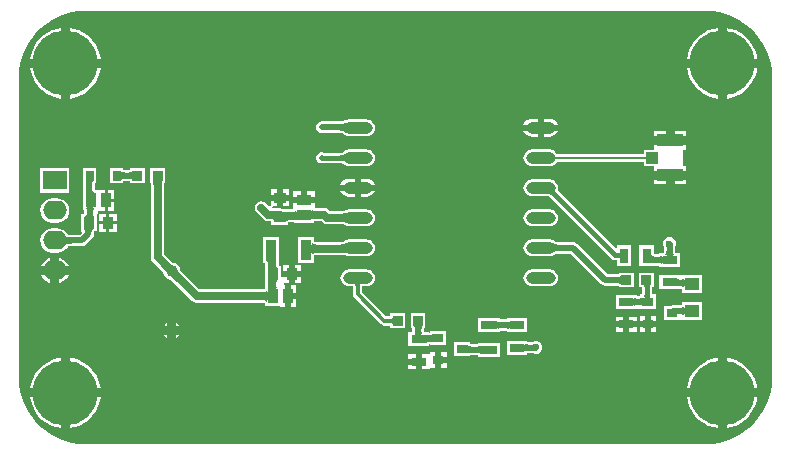
<source format=gtl>
G04*
G04 #@! TF.GenerationSoftware,Altium Limited,Altium Designer,22.2.1 (43)*
G04*
G04 Layer_Physical_Order=1*
G04 Layer_Color=255*
%FSLAX25Y25*%
%MOIN*%
G70*
G04*
G04 #@! TF.SameCoordinates,E15721E2-6A2B-4D62-837A-8D353DC3B16A*
G04*
G04*
G04 #@! TF.FilePolarity,Positive*
G04*
G01*
G75*
%ADD16R,0.03543X0.05118*%
%ADD17R,0.03347X0.03347*%
%ADD18R,0.02756X0.03543*%
%ADD19R,0.03740X0.03937*%
%ADD20R,0.04134X0.03937*%
%ADD21R,0.08661X0.04134*%
%ADD22R,0.03819X0.06811*%
%ADD23R,0.05118X0.03150*%
%ADD24R,0.03543X0.03150*%
%ADD25R,0.05118X0.04331*%
%ADD26R,0.03150X0.05118*%
%ADD27R,0.05700X0.03000*%
%ADD28R,0.05118X0.03543*%
%ADD29R,0.03937X0.03740*%
%ADD50C,0.21654*%
%ADD51O,0.09843X0.03937*%
%ADD52C,0.02000*%
%ADD53C,0.00800*%
%ADD54C,0.02500*%
%ADD55C,0.01500*%
%ADD56C,0.01300*%
%ADD57R,0.07874X0.06299*%
%ADD58O,0.07874X0.06299*%
%ADD59C,0.03937*%
%ADD60C,0.02362*%
%ADD61C,0.01968*%
G36*
X216280Y127154D02*
X219132Y126587D01*
X221885Y125652D01*
X224492Y124367D01*
X226910Y122751D01*
X229096Y120834D01*
X231013Y118649D01*
X232628Y116231D01*
X233914Y113624D01*
X234848Y110871D01*
X235415Y108019D01*
X235573Y105615D01*
X235580Y105118D01*
D01*
X235580Y104624D01*
X235580Y5118D01*
X235604Y4999D01*
X235422Y2217D01*
X234855Y-635D01*
X233920Y-3387D01*
X232634Y-5995D01*
X231019Y-8412D01*
X229102Y-10598D01*
X226916Y-12515D01*
X224499Y-14130D01*
X221891Y-15416D01*
X219138Y-16351D01*
X216287Y-16918D01*
X213505Y-17100D01*
X213386Y-17076D01*
X6693Y-17076D01*
X6574Y-17100D01*
X3792Y-16918D01*
X940Y-16351D01*
X-1813Y-15416D01*
X-4420Y-14130D01*
X-6837Y-12515D01*
X-9023Y-10598D01*
X-10940Y-8412D01*
X-12555Y-5995D01*
X-13841Y-3387D01*
X-14776Y-635D01*
X-15343Y2217D01*
X-15527Y5023D01*
X-15508Y5118D01*
X-15502Y105118D01*
X-15502Y105118D01*
X-15502Y105118D01*
X-15526Y105237D01*
X-15343Y108019D01*
X-14776Y110871D01*
X-13841Y113624D01*
X-12555Y116231D01*
X-10940Y118649D01*
X-9023Y120834D01*
X-6837Y122751D01*
X-4420Y124367D01*
X-1813Y125652D01*
X940Y126587D01*
X3792Y127154D01*
X6573Y127337D01*
X6693Y127313D01*
X213379Y127313D01*
X213499Y127337D01*
X216280Y127154D01*
D02*
G37*
%LPC*%
G36*
X1500Y121579D02*
Y111343D01*
X11737D01*
X11536Y112612D01*
X10960Y114382D01*
X10115Y116041D01*
X9021Y117547D01*
X7705Y118863D01*
X6199Y119958D01*
X4540Y120803D01*
X2769Y121378D01*
X1500Y121579D01*
D02*
G37*
G36*
X-1500D02*
X-2769Y121378D01*
X-4540Y120803D01*
X-6199Y119958D01*
X-7705Y118863D01*
X-9021Y117547D01*
X-10115Y116041D01*
X-10960Y114382D01*
X-11536Y112612D01*
X-11737Y111343D01*
X-1500D01*
Y121579D01*
D02*
G37*
G36*
X220398Y121579D02*
Y111343D01*
X230634D01*
X230433Y112612D01*
X229858Y114382D01*
X229013Y116041D01*
X227919Y117547D01*
X226602Y118863D01*
X225096Y119958D01*
X223438Y120803D01*
X221667Y121378D01*
X220398Y121579D01*
D02*
G37*
G36*
X217398D02*
X216128Y121378D01*
X214358Y120803D01*
X212699Y119958D01*
X211193Y118863D01*
X209877Y117547D01*
X208783Y116041D01*
X207937Y114382D01*
X207362Y112612D01*
X207161Y111343D01*
X217398D01*
Y121579D01*
D02*
G37*
G36*
X11737Y108343D02*
X1500D01*
Y98106D01*
X2769Y98307D01*
X4540Y98882D01*
X6199Y99727D01*
X7705Y100822D01*
X9021Y102138D01*
X10115Y103644D01*
X10960Y105303D01*
X11536Y107073D01*
X11737Y108343D01*
D02*
G37*
G36*
X-1500D02*
X-11737D01*
X-11536Y107073D01*
X-10960Y105303D01*
X-10115Y103644D01*
X-9021Y102138D01*
X-7705Y100822D01*
X-6199Y99727D01*
X-4540Y98882D01*
X-2769Y98307D01*
X-1500Y98106D01*
Y108343D01*
D02*
G37*
G36*
X230634Y108343D02*
X220398D01*
Y98106D01*
X221667Y98307D01*
X223438Y98882D01*
X225096Y99727D01*
X226602Y100822D01*
X227919Y102138D01*
X229013Y103644D01*
X229858Y105303D01*
X230433Y107073D01*
X230634Y108343D01*
D02*
G37*
G36*
X217398D02*
X207161D01*
X207362Y107073D01*
X207937Y105303D01*
X208783Y103644D01*
X209877Y102138D01*
X211193Y100822D01*
X212699Y99727D01*
X214358Y98882D01*
X216128Y98307D01*
X217398Y98106D01*
Y108343D01*
D02*
G37*
G36*
X161378Y91380D02*
X159425D01*
Y89386D01*
X164177D01*
X163971Y89883D01*
X163495Y90503D01*
X162875Y90979D01*
X162153Y91278D01*
X161378Y91380D01*
D02*
G37*
G36*
X157425D02*
X155472D01*
X154698Y91278D01*
X153975Y90979D01*
X153355Y90503D01*
X152879Y89883D01*
X152674Y89386D01*
X157425D01*
Y91380D01*
D02*
G37*
G36*
X206906Y87221D02*
X203075D01*
Y85654D01*
X206906D01*
Y87221D01*
D02*
G37*
G36*
X200075D02*
X196244D01*
Y85654D01*
X200075D01*
Y87221D01*
D02*
G37*
G36*
X100354Y91178D02*
X94449D01*
X93726Y91083D01*
X93053Y90804D01*
X92682Y90520D01*
X85433D01*
X85167Y90467D01*
X85058D01*
X84958Y90425D01*
X84692Y90372D01*
X84466Y90222D01*
X84366Y90180D01*
X84289Y90103D01*
X84063Y89952D01*
X83912Y89727D01*
X83836Y89650D01*
X83794Y89550D01*
X83643Y89324D01*
X83590Y89058D01*
X83549Y88958D01*
Y88849D01*
X83496Y88583D01*
X83549Y88316D01*
Y88208D01*
X83590Y88108D01*
X83643Y87841D01*
X83794Y87616D01*
X83836Y87515D01*
X83912Y87439D01*
X84063Y87213D01*
X84289Y87062D01*
X84366Y86985D01*
X84466Y86944D01*
X84692Y86793D01*
X84958Y86740D01*
X85058Y86698D01*
X85167D01*
X85433Y86646D01*
X92039D01*
X92182Y86594D01*
X92404Y86496D01*
X92413Y86491D01*
X92474Y86411D01*
X93053Y85968D01*
X93726Y85689D01*
X94449Y85593D01*
X100354D01*
X101077Y85689D01*
X101751Y85968D01*
X102329Y86411D01*
X102773Y86990D01*
X103052Y87663D01*
X103147Y88386D01*
X103052Y89109D01*
X102773Y89782D01*
X102329Y90360D01*
X101751Y90804D01*
X101077Y91083D01*
X100354Y91178D01*
D02*
G37*
G36*
X164177Y87386D02*
X159425D01*
Y85392D01*
X161378D01*
X162153Y85494D01*
X162875Y85793D01*
X163495Y86269D01*
X163971Y86889D01*
X164177Y87386D01*
D02*
G37*
G36*
X157425D02*
X152674D01*
X152879Y86889D01*
X153355Y86269D01*
X153975Y85793D01*
X154698Y85494D01*
X155472Y85392D01*
X157425D01*
Y87386D01*
D02*
G37*
G36*
X100354Y81178D02*
X94449D01*
X93726Y81083D01*
X93053Y80804D01*
X92474Y80360D01*
X92235Y80049D01*
X86248D01*
X85808Y80231D01*
X85058D01*
X84366Y79944D01*
X83836Y79414D01*
X83549Y78721D01*
Y77972D01*
X83836Y77279D01*
X84366Y76749D01*
X85058Y76462D01*
X85808D01*
X86343Y76684D01*
X92265D01*
X92474Y76411D01*
X93053Y75968D01*
X93726Y75689D01*
X94449Y75593D01*
X100354D01*
X101077Y75689D01*
X101751Y75968D01*
X102329Y76411D01*
X102773Y76990D01*
X103052Y77663D01*
X103147Y78386D01*
X103052Y79109D01*
X102773Y79782D01*
X102329Y80360D01*
X101751Y80804D01*
X101077Y81083D01*
X100354Y81178D01*
D02*
G37*
G36*
X206906Y82654D02*
X201575D01*
X196244D01*
Y81115D01*
X192704D01*
Y79711D01*
X163826D01*
X163796Y79782D01*
X163353Y80360D01*
X162774Y80804D01*
X162101Y81083D01*
X161378Y81178D01*
X155472D01*
X154750Y81083D01*
X154076Y80804D01*
X153498Y80360D01*
X153054Y79782D01*
X152775Y79109D01*
X152680Y78386D01*
X152775Y77663D01*
X153054Y76990D01*
X153498Y76411D01*
X154076Y75968D01*
X154750Y75689D01*
X155472Y75593D01*
X161378D01*
X162101Y75689D01*
X162774Y75968D01*
X163353Y76411D01*
X163796Y76990D01*
X163826Y77060D01*
X192704D01*
Y75578D01*
X196244D01*
Y74039D01*
X201575D01*
X206906D01*
Y75606D01*
X206004D01*
Y81087D01*
X206906D01*
Y82654D01*
D02*
G37*
G36*
X19304Y75013D02*
X14948D01*
Y69869D01*
X19304D01*
Y70504D01*
X21542D01*
Y69968D01*
X26489D01*
Y74914D01*
X21542D01*
Y74378D01*
X19304D01*
Y75013D01*
D02*
G37*
G36*
X206906Y71039D02*
X203075D01*
Y69472D01*
X206906D01*
Y71039D01*
D02*
G37*
G36*
X200075D02*
X196244D01*
Y69472D01*
X200075D01*
Y71039D01*
D02*
G37*
G36*
X100354Y71380D02*
X98402D01*
Y69386D01*
X103153D01*
X102947Y69883D01*
X102471Y70503D01*
X101851Y70979D01*
X101129Y71278D01*
X100354Y71380D01*
D02*
G37*
G36*
X96402D02*
X94449D01*
X93674Y71278D01*
X92952Y70979D01*
X92332Y70503D01*
X91856Y69883D01*
X91650Y69386D01*
X96402D01*
Y71380D01*
D02*
G37*
G36*
X1294Y74837D02*
X-8380D01*
Y66738D01*
X1294D01*
Y74837D01*
D02*
G37*
G36*
X74425Y67929D02*
X72457D01*
Y66059D01*
X74425D01*
Y67929D01*
D02*
G37*
G36*
X70457D02*
X68488D01*
Y66059D01*
X70457D01*
Y67929D01*
D02*
G37*
G36*
X103153Y67386D02*
X98402D01*
Y65392D01*
X100354D01*
X101129Y65494D01*
X101851Y65793D01*
X102471Y66269D01*
X102947Y66889D01*
X103153Y67386D01*
D02*
G37*
G36*
X96402D02*
X91650D01*
X91856Y66889D01*
X92332Y66269D01*
X92952Y65793D01*
X93674Y65494D01*
X94449Y65392D01*
X96402D01*
Y67386D01*
D02*
G37*
G36*
X83087Y67142D02*
X80528D01*
Y65370D01*
X83087D01*
Y67142D01*
D02*
G37*
G36*
X78528D02*
X75968D01*
Y65370D01*
X78528D01*
Y67142D01*
D02*
G37*
G36*
X16354Y67732D02*
X14083D01*
Y64673D01*
X16354D01*
Y67732D01*
D02*
G37*
G36*
X74425Y64059D02*
X72457D01*
Y62189D01*
X74425D01*
Y64059D01*
D02*
G37*
G36*
X70457D02*
X68488D01*
Y62641D01*
X68488Y62386D01*
X67995Y62172D01*
X66904Y63263D01*
X66193Y63738D01*
X65354Y63905D01*
X64515Y63738D01*
X63804Y63263D01*
X63329Y62551D01*
X63162Y61713D01*
X63329Y60874D01*
X63804Y60163D01*
X66137Y57830D01*
X66848Y57355D01*
X67687Y57188D01*
X68688D01*
Y56090D01*
X74225D01*
Y56814D01*
X76169D01*
Y56680D01*
X82887D01*
Y57257D01*
X85281D01*
X85702Y56836D01*
X86413Y56361D01*
X87252Y56194D01*
X92758D01*
X93053Y55968D01*
X93726Y55689D01*
X94449Y55593D01*
X100354D01*
X101077Y55689D01*
X101751Y55968D01*
X102329Y56411D01*
X102773Y56990D01*
X103052Y57663D01*
X103147Y58386D01*
X103052Y59109D01*
X102773Y59782D01*
X102329Y60360D01*
X101751Y60804D01*
X101077Y61083D01*
X100354Y61178D01*
X94449D01*
X93726Y61083D01*
X93053Y60804D01*
X92758Y60578D01*
X88160D01*
X87739Y60999D01*
X87028Y61474D01*
X86189Y61641D01*
X83087D01*
Y63370D01*
X79528D01*
X75968D01*
Y61598D01*
X75728Y61198D01*
X74225D01*
Y61430D01*
X72240D01*
X71526Y61572D01*
X68962D01*
X68885Y61689D01*
X68894Y61767D01*
X69156Y62189D01*
X70457D01*
Y64059D01*
D02*
G37*
G36*
X16354Y63673D02*
X14083D01*
Y60614D01*
X16354D01*
Y63673D01*
D02*
G37*
G36*
X17043Y59661D02*
X14673D01*
Y57193D01*
X17043D01*
Y59661D01*
D02*
G37*
G36*
X13673D02*
X11303D01*
Y57193D01*
X13673D01*
Y59661D01*
D02*
G37*
G36*
X-2756Y64872D02*
X-4331D01*
X-5388Y64733D01*
X-6373Y64325D01*
X-7219Y63676D01*
X-7868Y62830D01*
X-8276Y61845D01*
X-8415Y60787D01*
X-8276Y59730D01*
X-7868Y58745D01*
X-7219Y57899D01*
X-6373Y57250D01*
X-5388Y56842D01*
X-4331Y56703D01*
X-2756D01*
X-1699Y56842D01*
X-714Y57250D01*
X132Y57899D01*
X781Y58745D01*
X1190Y59730D01*
X1329Y60787D01*
X1190Y61845D01*
X781Y62830D01*
X132Y63676D01*
X-714Y64325D01*
X-1699Y64733D01*
X-2756Y64872D01*
D02*
G37*
G36*
X161378Y61178D02*
X155472D01*
X154750Y61083D01*
X154076Y60804D01*
X153498Y60360D01*
X153054Y59782D01*
X152775Y59109D01*
X152680Y58386D01*
X152775Y57663D01*
X153054Y56990D01*
X153498Y56411D01*
X154076Y55968D01*
X154750Y55689D01*
X155472Y55593D01*
X161378D01*
X162101Y55689D01*
X162774Y55968D01*
X163353Y56411D01*
X163796Y56990D01*
X164075Y57663D01*
X164170Y58386D01*
X164075Y59109D01*
X163796Y59782D01*
X163353Y60360D01*
X162774Y60804D01*
X162101Y61083D01*
X161378Y61178D01*
D02*
G37*
G36*
X17043Y56193D02*
X14673D01*
Y53724D01*
X17043D01*
Y56193D01*
D02*
G37*
G36*
X13673D02*
X11303D01*
Y53724D01*
X13673D01*
Y56193D01*
D02*
G37*
G36*
X10249Y75013D02*
X5893D01*
Y69869D01*
X5937D01*
Y67532D01*
X5893D01*
Y60814D01*
X6232D01*
Y59461D01*
X5204D01*
Y53924D01*
X5204D01*
X5409Y53424D01*
X4709Y52725D01*
X825D01*
X781Y52830D01*
X132Y53676D01*
X-714Y54325D01*
X-1699Y54733D01*
X-2756Y54872D01*
X-4331D01*
X-5388Y54733D01*
X-6373Y54325D01*
X-7219Y53676D01*
X-7868Y52830D01*
X-8276Y51845D01*
X-8415Y50787D01*
X-8276Y49730D01*
X-7868Y48745D01*
X-7219Y47899D01*
X-6373Y47250D01*
X-5388Y46842D01*
X-4331Y46703D01*
X-2756D01*
X-1699Y46842D01*
X-714Y47250D01*
X132Y47899D01*
X781Y48745D01*
X825Y48850D01*
X5512D01*
X6253Y48998D01*
X6882Y49418D01*
X8990Y51526D01*
X9410Y52155D01*
X9558Y52896D01*
Y53924D01*
X10544D01*
Y59461D01*
X10811Y59728D01*
Y60614D01*
X13083D01*
Y64173D01*
Y67732D01*
X10811D01*
Y67532D01*
X9811D01*
Y69869D01*
X10249D01*
Y75013D01*
D02*
G37*
G36*
X201755Y51858D02*
X200927D01*
X200162Y51541D01*
X199577Y50956D01*
X199260Y50191D01*
Y49363D01*
X199441Y48927D01*
Y46765D01*
X198019D01*
Y46327D01*
X196076D01*
Y49127D01*
X191326D01*
Y42409D01*
X196076D01*
Y42453D01*
X198019D01*
Y42015D01*
X204737D01*
Y46765D01*
X203315D01*
Y49104D01*
X203422Y49363D01*
Y50191D01*
X203105Y50956D01*
X202520Y51541D01*
X201755Y51858D01*
D02*
G37*
G36*
X82946Y51843D02*
X77527D01*
Y43432D01*
X82946D01*
Y45829D01*
X82955Y45838D01*
X83072Y45909D01*
X83096Y45919D01*
X93170D01*
X93726Y45689D01*
X94449Y45593D01*
X100354D01*
X101077Y45689D01*
X101751Y45968D01*
X102329Y46411D01*
X102773Y46990D01*
X103052Y47663D01*
X103147Y48386D01*
X103052Y49109D01*
X102773Y49782D01*
X102329Y50360D01*
X101751Y50804D01*
X101077Y51083D01*
X100354Y51178D01*
X94449D01*
X93726Y51083D01*
X93053Y50804D01*
X92506Y50385D01*
X92282Y50309D01*
X92258Y50303D01*
X83096D01*
X83072Y50313D01*
X82955Y50384D01*
X82946Y50393D01*
Y51843D01*
D02*
G37*
G36*
X161378Y71178D02*
X155472D01*
X154750Y71083D01*
X154076Y70804D01*
X153498Y70360D01*
X153054Y69782D01*
X152775Y69109D01*
X152680Y68386D01*
X152775Y67663D01*
X153054Y66990D01*
X153498Y66411D01*
X154076Y65968D01*
X154750Y65689D01*
X155472Y65593D01*
X161161D01*
X182085Y44670D01*
X182085Y44670D01*
X182631Y44305D01*
X183274Y44177D01*
X183846D01*
Y42409D01*
X188595D01*
Y49127D01*
X183846D01*
Y48321D01*
X183384Y48129D01*
X164009Y67504D01*
X164075Y67663D01*
X164170Y68386D01*
X164075Y69109D01*
X163796Y69782D01*
X163353Y70360D01*
X162774Y70804D01*
X162101Y71083D01*
X161378Y71178D01*
D02*
G37*
G36*
X-2043Y44879D02*
Y42287D01*
X1114D01*
X869Y42880D01*
X204Y43747D01*
X-663Y44412D01*
X-1673Y44830D01*
X-2043Y44879D01*
D02*
G37*
G36*
X-5043D02*
X-5414Y44830D01*
X-6423Y44412D01*
X-7290Y43747D01*
X-7955Y42880D01*
X-8201Y42287D01*
X-5043D01*
Y44879D01*
D02*
G37*
G36*
X78362Y42634D02*
X76492D01*
Y40665D01*
X78362D01*
Y42634D01*
D02*
G37*
G36*
X74492D02*
X72622D01*
Y40665D01*
X74492D01*
Y42634D01*
D02*
G37*
G36*
X78362Y38665D02*
X76492D01*
Y36697D01*
X78362D01*
Y38665D01*
D02*
G37*
G36*
X1114Y39287D02*
X-2043D01*
Y36696D01*
X-1673Y36745D01*
X-663Y37163D01*
X204Y37828D01*
X869Y38695D01*
X1114Y39287D01*
D02*
G37*
G36*
X-5043D02*
X-8201D01*
X-7955Y38695D01*
X-7290Y37828D01*
X-6423Y37163D01*
X-5414Y36745D01*
X-5043Y36696D01*
Y39287D01*
D02*
G37*
G36*
X161378Y41178D02*
X155472D01*
X154750Y41083D01*
X154076Y40804D01*
X153498Y40360D01*
X153054Y39782D01*
X152775Y39109D01*
X152680Y38386D01*
X152775Y37663D01*
X153054Y36990D01*
X153498Y36411D01*
X154076Y35967D01*
X154750Y35689D01*
X155472Y35593D01*
X161378D01*
X162101Y35689D01*
X162774Y35967D01*
X163353Y36411D01*
X163796Y36990D01*
X164075Y37663D01*
X164170Y38386D01*
X164075Y39109D01*
X163796Y39782D01*
X163353Y40360D01*
X162774Y40804D01*
X162101Y41083D01*
X161378Y41178D01*
D02*
G37*
G36*
Y51178D02*
X155472D01*
X154750Y51083D01*
X154076Y50804D01*
X153498Y50360D01*
X153054Y49782D01*
X152775Y49109D01*
X152680Y48386D01*
X152775Y47663D01*
X153054Y46990D01*
X153498Y46411D01*
X154076Y45968D01*
X154750Y45689D01*
X155472Y45593D01*
X161378D01*
X162101Y45689D01*
X162774Y45968D01*
X163348Y46408D01*
X163456Y46449D01*
X168395D01*
X178615Y36229D01*
X179243Y35809D01*
X179985Y35661D01*
X184436D01*
Y35125D01*
X189383D01*
Y40072D01*
X184436D01*
Y39536D01*
X180787D01*
X170567Y49756D01*
X169939Y50176D01*
X169197Y50323D01*
X163456D01*
X163348Y50364D01*
X162774Y50804D01*
X162101Y51083D01*
X161378Y51178D01*
D02*
G37*
G36*
X212119Y39383D02*
X204835D01*
X204737Y39284D01*
X198019D01*
Y34535D01*
X205209D01*
X205401Y34455D01*
Y33452D01*
X212119D01*
Y39383D01*
D02*
G37*
G36*
X76984Y35842D02*
X75213D01*
Y33283D01*
X76984D01*
Y35842D01*
D02*
G37*
G36*
X196076Y40072D02*
X191129D01*
Y35125D01*
X192191D01*
Y32788D01*
X191572D01*
Y32301D01*
X190367D01*
Y32690D01*
X183649D01*
Y27940D01*
X191474D01*
X191572Y28039D01*
X196715D01*
Y32788D01*
X195555D01*
Y35125D01*
X196076D01*
Y40072D01*
D02*
G37*
G36*
X76984Y31284D02*
X75213D01*
Y28724D01*
X76984D01*
Y31284D01*
D02*
G37*
G36*
X33182Y74914D02*
X28235D01*
Y69968D01*
X28517D01*
Y45276D01*
X28683Y44437D01*
X29159Y43725D01*
X32565Y40320D01*
Y40174D01*
X32760Y39444D01*
X33138Y38790D01*
X33672Y38256D01*
X34326Y37878D01*
X35055Y37683D01*
X35201D01*
X42151Y30733D01*
X42862Y30258D01*
X43701Y30091D01*
X66373D01*
X66397Y30081D01*
X66513Y30011D01*
X66523Y30002D01*
Y28924D01*
X71441D01*
Y28724D01*
X73213D01*
Y32283D01*
Y35842D01*
X73001D01*
Y36697D01*
X74492D01*
Y38665D01*
X71863D01*
D01*
X71863D01*
Y42434D01*
X71283D01*
Y43423D01*
X71292Y43432D01*
Y51843D01*
X65873D01*
Y43432D01*
X66646D01*
Y42434D01*
X66523D01*
Y36897D01*
X66646D01*
Y35642D01*
X66523D01*
Y34565D01*
X66513Y34556D01*
X66397Y34485D01*
X66373Y34476D01*
X44609D01*
X38302Y40783D01*
Y40929D01*
X38106Y41658D01*
X37728Y42312D01*
X37194Y42847D01*
X36540Y43224D01*
X35811Y43420D01*
X35665D01*
X32901Y46184D01*
Y69968D01*
X33182D01*
Y74914D01*
D02*
G37*
G36*
X153851Y24914D02*
X147133D01*
Y24510D01*
X144890D01*
Y24905D01*
X137590D01*
Y20305D01*
X144890D01*
Y20635D01*
X147133D01*
Y20165D01*
X153851D01*
Y24914D01*
D02*
G37*
G36*
X212119Y30328D02*
X205401D01*
Y29299D01*
X204059D01*
X203485Y29185D01*
X202691D01*
X202001Y29048D01*
X199545D01*
Y24298D01*
X205302D01*
X205401Y24397D01*
X212119D01*
Y30328D01*
D02*
G37*
G36*
X196915Y25508D02*
X195144D01*
Y23933D01*
X196915D01*
Y25508D01*
D02*
G37*
G36*
X193144D02*
X191372D01*
Y23933D01*
X193144D01*
Y25508D01*
D02*
G37*
G36*
X190567Y25409D02*
X188008D01*
Y23835D01*
X190567D01*
Y25409D01*
D02*
G37*
G36*
X186008D02*
X183449D01*
Y23835D01*
X186008D01*
Y25409D01*
D02*
G37*
G36*
X36933Y23428D02*
Y22366D01*
X37995D01*
X37808Y22689D01*
X37256Y23242D01*
X36933Y23428D01*
D02*
G37*
G36*
X33933Y23428D02*
X33610Y23242D01*
X33058Y22689D01*
X32871Y22366D01*
X33933D01*
Y23428D01*
D02*
G37*
G36*
X100354Y41178D02*
X94449D01*
X93726Y41083D01*
X93053Y40804D01*
X92474Y40360D01*
X92031Y39782D01*
X91752Y39109D01*
X91656Y38386D01*
X91752Y37663D01*
X92031Y36990D01*
X92474Y36411D01*
X93053Y35967D01*
X93726Y35689D01*
X94449Y35593D01*
X95821D01*
Y32913D01*
X95942Y32309D01*
X96284Y31796D01*
X105182Y22898D01*
X105694Y22556D01*
X106299Y22435D01*
X108353D01*
Y21542D01*
X113300D01*
Y26489D01*
X108353D01*
Y25596D01*
X106954D01*
X98982Y33568D01*
Y35593D01*
X100354D01*
X101077Y35689D01*
X101751Y35967D01*
X102329Y36411D01*
X102773Y36990D01*
X103052Y37663D01*
X103147Y38386D01*
X103052Y39109D01*
X102773Y39782D01*
X102329Y40360D01*
X101751Y40804D01*
X101077Y41083D01*
X100354Y41178D01*
D02*
G37*
G36*
X196915Y21933D02*
X195144D01*
Y20358D01*
X196915D01*
Y21933D01*
D02*
G37*
G36*
X193144D02*
X191372D01*
Y20358D01*
X193144D01*
Y21933D01*
D02*
G37*
G36*
X190567Y21835D02*
X188008D01*
Y20260D01*
X190567D01*
Y21835D01*
D02*
G37*
G36*
X186008D02*
X183449D01*
Y20260D01*
X186008D01*
Y21835D01*
D02*
G37*
G36*
X33933Y19366D02*
X32871D01*
X33058Y19043D01*
X33610Y18491D01*
X33933Y18304D01*
Y19366D01*
D02*
G37*
G36*
X37995D02*
X36933D01*
Y18304D01*
X37256Y18491D01*
X37808Y19043D01*
X37995Y19366D01*
D02*
G37*
G36*
X119993Y26489D02*
X115047D01*
Y21542D01*
X115681D01*
Y20288D01*
X114357D01*
Y15539D01*
X121076D01*
Y16222D01*
X121690D01*
Y16031D01*
X126833D01*
Y20780D01*
X121690D01*
Y20097D01*
X121076D01*
Y20288D01*
X119555D01*
Y21542D01*
X119993D01*
Y26489D01*
D02*
G37*
G36*
X153851Y17434D02*
X147133D01*
Y12684D01*
X153851D01*
Y13171D01*
X156247D01*
X156476Y13076D01*
X157304D01*
X158069Y13393D01*
X158654Y13979D01*
X158971Y14743D01*
Y15571D01*
X158654Y16336D01*
X158069Y16922D01*
X157304Y17239D01*
X156476D01*
X156010Y17045D01*
X153851D01*
Y17434D01*
D02*
G37*
G36*
X127033Y13500D02*
X125262D01*
Y11925D01*
X127033D01*
Y13500D01*
D02*
G37*
G36*
X134806Y17040D02*
X129663D01*
Y12291D01*
X134806D01*
Y12498D01*
X137590D01*
Y11906D01*
X144890D01*
Y16506D01*
X137590D01*
Y16373D01*
X134806D01*
Y17040D01*
D02*
G37*
G36*
X116717Y13008D02*
X114157D01*
Y11433D01*
X116717D01*
Y13008D01*
D02*
G37*
G36*
X127033Y9925D02*
X125262D01*
Y8350D01*
X127033D01*
Y9925D01*
D02*
G37*
G36*
X123262Y13500D02*
X121490D01*
Y13419D01*
X121276Y13008D01*
X120990Y13008D01*
X118717D01*
Y10433D01*
Y7858D01*
X121276D01*
Y7939D01*
X121490Y8350D01*
X121776Y8350D01*
X123262D01*
Y10925D01*
Y13500D01*
D02*
G37*
G36*
X116717Y9433D02*
X114157D01*
Y7858D01*
X116717D01*
Y9433D01*
D02*
G37*
G36*
X220398Y11737D02*
Y1500D01*
X230634D01*
X230433Y2769D01*
X229858Y4540D01*
X229013Y6199D01*
X227919Y7705D01*
X226602Y9021D01*
X225096Y10115D01*
X223438Y10960D01*
X221667Y11536D01*
X220398Y11737D01*
D02*
G37*
G36*
X217398D02*
X216128Y11536D01*
X214358Y10960D01*
X212699Y10115D01*
X211193Y9021D01*
X209877Y7705D01*
X208783Y6199D01*
X207937Y4540D01*
X207362Y2769D01*
X207161Y1500D01*
X217398D01*
Y11737D01*
D02*
G37*
G36*
X1500D02*
Y1500D01*
X11737D01*
X11536Y2769D01*
X10960Y4540D01*
X10115Y6199D01*
X9021Y7705D01*
X7705Y9021D01*
X6199Y10115D01*
X4540Y10960D01*
X2769Y11536D01*
X1500Y11737D01*
D02*
G37*
G36*
X-1500D02*
X-2769Y11536D01*
X-4540Y10960D01*
X-6199Y10115D01*
X-7705Y9021D01*
X-9021Y7705D01*
X-10115Y6199D01*
X-10960Y4540D01*
X-11536Y2769D01*
X-11737Y1500D01*
X-1500D01*
Y11737D01*
D02*
G37*
G36*
X230634Y-1500D02*
X220398D01*
Y-11737D01*
X221667Y-11536D01*
X223438Y-10960D01*
X225096Y-10115D01*
X226602Y-9021D01*
X227919Y-7705D01*
X229013Y-6199D01*
X229858Y-4540D01*
X230433Y-2769D01*
X230634Y-1500D01*
D02*
G37*
G36*
X217398D02*
X207161D01*
X207362Y-2769D01*
X207937Y-4540D01*
X208783Y-6199D01*
X209877Y-7705D01*
X211193Y-9021D01*
X212699Y-10115D01*
X214358Y-10960D01*
X216128Y-11536D01*
X217398Y-11737D01*
Y-1500D01*
D02*
G37*
G36*
X11737D02*
X1500D01*
Y-11737D01*
X2769Y-11536D01*
X4540Y-10960D01*
X6199Y-10115D01*
X7705Y-9021D01*
X9021Y-7705D01*
X10115Y-6199D01*
X10960Y-4540D01*
X11536Y-2769D01*
X11737Y-1500D01*
D02*
G37*
G36*
X-1500D02*
X-11737D01*
X-11536Y-2769D01*
X-10960Y-4540D01*
X-10115Y-6199D01*
X-9021Y-7705D01*
X-7705Y-9021D01*
X-6199Y-10115D01*
X-4540Y-10960D01*
X-2769Y-11536D01*
X-1500Y-11737D01*
Y-1500D01*
D02*
G37*
%LPD*%
G36*
X93462Y86677D02*
X93222Y86849D01*
X92972Y87003D01*
X92714Y87139D01*
X92448Y87257D01*
X92172Y87356D01*
X91888Y87438D01*
X91595Y87501D01*
X91293Y87546D01*
X90983Y87574D01*
X90664Y87583D01*
X90901Y89583D01*
X91268Y89588D01*
X92220Y89665D01*
X92488Y89711D01*
X92732Y89767D01*
X92951Y89834D01*
X93146Y89911D01*
X93316Y89998D01*
X93462Y90095D01*
Y86677D01*
D02*
G37*
G36*
X93223Y76876D02*
X93200Y77016D01*
X93136Y77142D01*
X93031Y77253D01*
X92885Y77350D01*
X92698Y77431D01*
X92470Y77498D01*
X92202Y77549D01*
X91892Y77587D01*
X91541Y77609D01*
X91150Y77616D01*
X91134Y79116D01*
X91523Y79124D01*
X92178Y79183D01*
X92444Y79235D01*
X92668Y79301D01*
X92852Y79383D01*
X92993Y79479D01*
X93094Y79590D01*
X93153Y79716D01*
X93171Y79857D01*
X93223Y76876D01*
D02*
G37*
G36*
X18512Y74056D02*
X18572Y73927D01*
X18672Y73813D01*
X18812Y73714D01*
X18992Y73631D01*
X19212Y73563D01*
X19472Y73509D01*
X19772Y73471D01*
X20112Y73449D01*
X20428Y73442D01*
X20734Y73448D01*
X21374Y73501D01*
X21634Y73547D01*
X21855Y73606D01*
X22035Y73679D01*
X22174Y73765D01*
X22275Y73864D01*
X22334Y73976D01*
X22354Y74102D01*
Y70780D01*
X22334Y70905D01*
X22275Y71018D01*
X22174Y71117D01*
X22035Y71203D01*
X21855Y71276D01*
X21634Y71335D01*
X21374Y71381D01*
X21075Y71415D01*
X20403Y71439D01*
X20112Y71433D01*
X19472Y71373D01*
X19212Y71319D01*
X18992Y71251D01*
X18812Y71167D01*
X18672Y71069D01*
X18572Y70955D01*
X18512Y70826D01*
X18492Y70681D01*
Y74201D01*
X18512Y74056D01*
D02*
G37*
G36*
X76981Y57492D02*
X76955Y57542D01*
X76881Y57587D01*
X76755Y57627D01*
X76581Y57661D01*
X76355Y57690D01*
X75756Y57732D01*
X75349Y57740D01*
X74638Y57679D01*
X74313Y57619D01*
X74038Y57542D01*
X73813Y57448D01*
X73638Y57337D01*
X73513Y57209D01*
X73438Y57064D01*
X73413Y56902D01*
Y60618D01*
X73438Y60549D01*
X73513Y60488D01*
X73638Y60433D01*
X73813Y60386D01*
X74038Y60346D01*
X74313Y60314D01*
X75013Y60270D01*
X75041Y60270D01*
X75756Y60324D01*
X76081Y60377D01*
X76355Y60445D01*
X76581Y60528D01*
X76755Y60626D01*
X76881Y60740D01*
X76955Y60868D01*
X76981Y61012D01*
Y57492D01*
D02*
G37*
G36*
X69500Y60618D02*
Y57567D01*
X69482Y57674D01*
X69428Y57770D01*
X69337Y57854D01*
X69210Y57927D01*
X69047Y57989D01*
X68847Y58040D01*
X68612Y58079D01*
X68340Y58107D01*
X67687Y58130D01*
Y60630D01*
X69500Y60618D01*
D02*
G37*
G36*
X82100Y60952D02*
X82175Y60899D01*
X82300Y60852D01*
X82475Y60811D01*
X82700Y60777D01*
X83300Y60727D01*
X84575Y60699D01*
Y58199D01*
X84100Y58192D01*
X83300Y58135D01*
X82975Y58086D01*
X82700Y58022D01*
X82475Y57945D01*
X82300Y57853D01*
X82175Y57747D01*
X82100Y57626D01*
X82075Y57492D01*
Y61012D01*
X82100Y60952D01*
D02*
G37*
G36*
X93462Y56677D02*
X93324Y56764D01*
X93150Y56842D01*
X92939Y56911D01*
X92692Y56971D01*
X92408Y57021D01*
X91731Y57095D01*
X90908Y57131D01*
X90442Y57136D01*
Y59636D01*
X90908Y59640D01*
X92408Y59751D01*
X92692Y59801D01*
X92939Y59861D01*
X93150Y59930D01*
X93324Y60008D01*
X93462Y60095D01*
Y56677D01*
D02*
G37*
G36*
X9330Y70661D02*
X9234Y70601D01*
X9150Y70501D01*
X9077Y70361D01*
X9015Y70181D01*
X8964Y69961D01*
X8925Y69701D01*
X8896Y69401D01*
X8875Y68699D01*
X8884Y68340D01*
X8914Y68000D01*
X8964Y67700D01*
X9034Y67440D01*
X9124Y67220D01*
X9234Y67040D01*
X9364Y66900D01*
X9514Y66800D01*
X9684Y66740D01*
X9874Y66720D01*
X6705D01*
X6737Y66740D01*
X6766Y66800D01*
X6791Y66900D01*
X6813Y67040D01*
X6832Y67220D01*
X6867Y68000D01*
X6874Y68708D01*
X6872Y69061D01*
X6766Y70601D01*
X6737Y70661D01*
X6705Y70681D01*
X9437D01*
X9330Y70661D01*
D02*
G37*
G36*
X9979Y61617D02*
X9809Y61557D01*
X9659Y61456D01*
X9529Y61315D01*
X9419Y61133D01*
X9329Y60912D01*
X9259Y60651D01*
X9209Y60349D01*
X9187Y60097D01*
X9220Y59629D01*
X9259Y59369D01*
X9310Y59149D01*
X9372Y58969D01*
X9445Y58829D01*
X9529Y58729D01*
X9625Y58669D01*
X9732Y58649D01*
X6169D01*
X6359Y58669D01*
X6529Y58729D01*
X6679Y58829D01*
X6809Y58969D01*
X6919Y59149D01*
X7009Y59369D01*
X7079Y59629D01*
X7129Y59929D01*
X7151Y60179D01*
X7095Y60906D01*
X7053Y61126D01*
X7002Y61306D01*
X6942Y61446D01*
X6872Y61546D01*
X6793Y61606D01*
X6705Y61626D01*
X10169Y61638D01*
X9979Y61617D01*
D02*
G37*
G36*
X9301Y54729D02*
X9158Y54673D01*
X9032Y54580D01*
X8923Y54451D01*
X8830Y54284D01*
X8755Y54080D01*
X8696Y53839D01*
X8654Y53562D01*
X8629Y53247D01*
X8620Y52896D01*
X6620D01*
X6614Y53246D01*
X6566Y53835D01*
X6524Y54074D01*
X6469Y54276D01*
X6403Y54442D01*
X6324Y54571D01*
X6233Y54663D01*
X6131Y54718D01*
X6016Y54736D01*
X9461Y54748D01*
X9301Y54729D01*
D02*
G37*
G36*
X-322Y52591D02*
X-245Y52422D01*
X-117Y52274D01*
X63Y52145D01*
X294Y52035D01*
X577Y51946D01*
X910Y51877D01*
X1295Y51827D01*
X1732Y51797D01*
X2220Y51787D01*
Y49787D01*
X1732Y49777D01*
X910Y49698D01*
X577Y49629D01*
X294Y49539D01*
X63Y49430D01*
X-117Y49301D01*
X-245Y49152D01*
X-322Y48984D01*
X-348Y48795D01*
Y52780D01*
X-322Y52591D01*
D02*
G37*
G36*
X202388Y47570D02*
X202418Y47228D01*
X202468Y46926D01*
X202538Y46665D01*
X202628Y46444D01*
X202738Y46262D01*
X202868Y46122D01*
X203018Y46021D01*
X203188Y45961D01*
X203378Y45941D01*
X199378D01*
X199568Y45961D01*
X199738Y46021D01*
X199888Y46122D01*
X200018Y46262D01*
X200128Y46444D01*
X200218Y46665D01*
X200288Y46926D01*
X200338Y47228D01*
X200368Y47570D01*
X200378Y47953D01*
X202378D01*
X202388Y47570D01*
D02*
G37*
G36*
X195272Y46200D02*
X195333Y46030D01*
X195434Y45880D01*
X195575Y45750D01*
X195756Y45640D01*
X195978Y45550D01*
X196239Y45480D01*
X196540Y45430D01*
X196882Y45400D01*
X197107Y45394D01*
X197211Y45395D01*
X197851Y45440D01*
X198111Y45480D01*
X198331Y45531D01*
X198511Y45592D01*
X198651Y45665D01*
X198751Y45750D01*
X198811Y45846D01*
X198831Y45953D01*
Y42827D01*
X198811Y42934D01*
X198751Y43030D01*
X198651Y43114D01*
X198511Y43187D01*
X198331Y43249D01*
X198111Y43300D01*
X197851Y43339D01*
X197551Y43367D01*
X196885Y43388D01*
X196884Y43388D01*
X195344Y43281D01*
X195284Y43253D01*
X195264Y43221D01*
X195252Y46390D01*
X195272Y46200D01*
D02*
G37*
G36*
X93462Y46677D02*
X93392Y46712D01*
X93276Y46743D01*
X93115Y46771D01*
X92909Y46795D01*
X92019Y46844D01*
X90722Y46861D01*
X90235Y49361D01*
X90676Y49368D01*
X91479Y49427D01*
X91841Y49478D01*
X92177Y49544D01*
X92487Y49625D01*
X92770Y49720D01*
X93027Y49831D01*
X93258Y49955D01*
X93462Y50095D01*
Y46677D01*
D02*
G37*
G36*
X82147Y50373D02*
X82222Y50161D01*
X82348Y49973D01*
X82524Y49811D01*
X82750Y49673D01*
X83026Y49561D01*
X83353Y49473D01*
X83729Y49411D01*
X84156Y49373D01*
X84634Y49361D01*
Y46861D01*
X84156Y46848D01*
X83729Y46811D01*
X83353Y46748D01*
X83026Y46661D01*
X82750Y46548D01*
X82524Y46411D01*
X82348Y46248D01*
X82222Y46061D01*
X82147Y45848D01*
X82122Y45611D01*
Y50611D01*
X82147Y50373D01*
D02*
G37*
G36*
X163171Y67875D02*
X163099Y67768D01*
X163069Y67640D01*
X163081Y67492D01*
X163134Y67323D01*
X163228Y67134D01*
X163364Y66925D01*
X163542Y66695D01*
X163761Y66444D01*
X164021Y66173D01*
X162689Y65385D01*
X162412Y65651D01*
X161903Y66075D01*
X161672Y66233D01*
X161456Y66356D01*
X161254Y66441D01*
X161068Y66491D01*
X160897Y66505D01*
X160741Y66483D01*
X160600Y66425D01*
X163283Y67962D01*
X163171Y67875D01*
D02*
G37*
G36*
X184670Y44476D02*
X184656Y44596D01*
X184614Y44704D01*
X184544Y44799D01*
X184446Y44881D01*
X184321Y44951D01*
X184167Y45008D01*
X183986Y45052D01*
X183777Y45084D01*
X183539Y45103D01*
X183274Y45110D01*
Y46610D01*
X183539Y46616D01*
X183777Y46635D01*
X183986Y46666D01*
X184167Y46711D01*
X184321Y46768D01*
X184446Y46837D01*
X184544Y46920D01*
X184614Y47015D01*
X184656Y47122D01*
X184670Y47243D01*
Y44476D01*
D02*
G37*
G36*
X162558Y49960D02*
X162769Y49840D01*
X162997Y49733D01*
X163242Y49641D01*
X163505Y49563D01*
X163785Y49499D01*
X164082Y49450D01*
X164396Y49414D01*
X165077Y49386D01*
Y47386D01*
X164728Y47379D01*
X164082Y47322D01*
X163785Y47272D01*
X163505Y47209D01*
X163242Y47131D01*
X162997Y47038D01*
X162769Y46932D01*
X162558Y46812D01*
X162365Y46677D01*
Y50095D01*
X162558Y49960D01*
D02*
G37*
G36*
X185248Y35937D02*
X185228Y36063D01*
X185168Y36175D01*
X185068Y36274D01*
X184928Y36360D01*
X184748Y36433D01*
X184528Y36493D01*
X184268Y36539D01*
X183968Y36572D01*
X183248Y36598D01*
Y38598D01*
X183628Y38605D01*
X184268Y38658D01*
X184528Y38704D01*
X184748Y38764D01*
X184928Y38837D01*
X185068Y38922D01*
X185168Y39022D01*
X185228Y39134D01*
X185248Y39260D01*
Y35937D01*
D02*
G37*
G36*
X206225Y34663D02*
X206204Y34853D01*
X206143Y35023D01*
X206042Y35173D01*
X205901Y35303D01*
X205720Y35413D01*
X205499Y35503D01*
X205238Y35573D01*
X204955Y35620D01*
X204425Y35584D01*
X204245Y35549D01*
X204105Y35508D01*
X204005Y35461D01*
X203945Y35407D01*
X203925Y35347D01*
Y38472D01*
X203945Y38319D01*
X204005Y38181D01*
X204105Y38060D01*
X204245Y37955D01*
X204425Y37866D01*
X204645Y37793D01*
X204905Y37736D01*
X205047Y37717D01*
X205233Y37745D01*
X205493Y37809D01*
X205713Y37890D01*
X205893Y37990D01*
X206033Y38108D01*
X206133Y38244D01*
X206193Y38398D01*
X206213Y38571D01*
X206225Y34663D01*
D02*
G37*
G36*
X195142Y35922D02*
X195033Y35877D01*
X194937Y35802D01*
X194854Y35697D01*
X194783Y35562D01*
X194726Y35397D01*
X194681Y35202D01*
X194649Y34977D01*
X194629Y34722D01*
X194623Y34437D01*
X193123D01*
X193115Y34722D01*
X193093Y34977D01*
X193055Y35202D01*
X193003Y35397D01*
X192936Y35562D01*
X192853Y35697D01*
X192755Y35802D01*
X192643Y35877D01*
X192516Y35922D01*
X192373Y35937D01*
X195264D01*
X195142Y35922D01*
D02*
G37*
G36*
X194631Y33189D02*
X194653Y32933D01*
X194691Y32706D01*
X194743Y32510D01*
X194810Y32344D01*
X194893Y32208D01*
X194991Y32102D01*
X195103Y32026D01*
X195230Y31980D01*
X195373Y31964D01*
X192384Y31976D01*
X192525Y31991D01*
X192650Y32036D01*
X192761Y32111D01*
X192857Y32216D01*
X192938Y32351D01*
X193005Y32516D01*
X193056Y32711D01*
X193094Y32936D01*
X193116Y33191D01*
X193123Y33476D01*
X194623D01*
X194631Y33189D01*
D02*
G37*
G36*
X192384Y28851D02*
X192364Y28948D01*
X192304Y29035D01*
X192204Y29112D01*
X192064Y29179D01*
X191884Y29236D01*
X191664Y29282D01*
X191404Y29318D01*
X190994Y29344D01*
X190535Y29309D01*
X190275Y29266D01*
X190055Y29211D01*
X189875Y29144D01*
X189735Y29064D01*
X189635Y28973D01*
X189575Y28868D01*
X189555Y28752D01*
Y31878D01*
X189575Y31780D01*
X189635Y31693D01*
X189735Y31616D01*
X189875Y31549D01*
X190055Y31493D01*
X190275Y31446D01*
X190535Y31410D01*
X190945Y31384D01*
X191404Y31419D01*
X191664Y31462D01*
X191884Y31517D01*
X192064Y31585D01*
X192204Y31664D01*
X192304Y31756D01*
X192364Y31860D01*
X192384Y31976D01*
Y28851D01*
D02*
G37*
G36*
X32292Y70755D02*
X32222Y70680D01*
X32160Y70555D01*
X32107Y70380D01*
X32061Y70155D01*
X32024Y69880D01*
X31975Y69180D01*
X31959Y68280D01*
X29459D01*
X29454Y68755D01*
X29356Y70155D01*
X29311Y70380D01*
X29257Y70555D01*
X29195Y70680D01*
X29125Y70755D01*
X29047Y70780D01*
X32370D01*
X32292Y70755D01*
D02*
G37*
G36*
X70406Y44219D02*
X70339Y44144D01*
X70280Y44019D01*
X70230Y43844D01*
X70187Y43619D01*
X70151Y43344D01*
X70141Y43198D01*
X70175Y42847D01*
X70243Y42522D01*
X70329Y42247D01*
X70435Y42022D01*
X70560Y41847D01*
X70705Y41722D01*
X70868Y41647D01*
X71051Y41622D01*
X67335D01*
X67383Y41647D01*
X67426Y41722D01*
X67464Y41847D01*
X67497Y42022D01*
X67525Y42247D01*
X67547Y42575D01*
X67507Y43019D01*
X67444Y43344D01*
X67363Y43619D01*
X67263Y43844D01*
X67146Y44019D01*
X67010Y44144D01*
X66857Y44219D01*
X66685Y44244D01*
X70480D01*
X70406Y44219D01*
D02*
G37*
G36*
X33889Y43865D02*
X34863Y42934D01*
X35172Y42668D01*
X35282Y42586D01*
X35363Y42536D01*
X35413Y42520D01*
X35433Y40551D01*
X37402Y40532D01*
X37418Y40481D01*
X37467Y40400D01*
X37550Y40290D01*
X37816Y39981D01*
X38747Y39007D01*
X39063Y38689D01*
X37295Y36922D01*
X35453Y38583D01*
X35433Y40551D01*
X33465Y40571D01*
X31804Y42413D01*
X33571Y44181D01*
X33889Y43865D01*
D02*
G37*
G36*
X70868Y37684D02*
X70705Y37609D01*
X70560Y37484D01*
X70435Y37309D01*
X70329Y37084D01*
X70243Y36809D01*
X70175Y36484D01*
X70144Y36237D01*
X70157Y36055D01*
X70211Y35730D01*
X70280Y35456D01*
X70364Y35230D01*
X70464Y35056D01*
X70578Y34931D01*
X70709Y34855D01*
X70854Y34830D01*
X67335D01*
X67383Y34855D01*
X67426Y34931D01*
X67464Y35056D01*
X67497Y35230D01*
X67525Y35456D01*
X67563Y36020D01*
X67464Y37484D01*
X67426Y37609D01*
X67383Y37684D01*
X67335Y37709D01*
X71051D01*
X70868Y37684D01*
D02*
G37*
G36*
X67347Y29783D02*
X67322Y30021D01*
X67246Y30233D01*
X67121Y30421D01*
X66945Y30584D01*
X66719Y30721D01*
X66443Y30834D01*
X66116Y30921D01*
X65739Y30983D01*
X65312Y31021D01*
X64835Y31034D01*
Y33533D01*
X65312Y33546D01*
X65739Y33584D01*
X66116Y33646D01*
X66443Y33733D01*
X66719Y33846D01*
X66945Y33983D01*
X67121Y34146D01*
X67246Y34334D01*
X67322Y34546D01*
X67347Y34784D01*
Y29783D01*
D02*
G37*
G36*
X147945Y20977D02*
X147925Y21090D01*
X147865Y21191D01*
X147765Y21281D01*
X147625Y21358D01*
X147445Y21423D01*
X147225Y21477D01*
X146965Y21519D01*
X146665Y21549D01*
X145980Y21571D01*
X145698Y21568D01*
X144798Y21500D01*
X144578Y21459D01*
X144398Y21409D01*
X144258Y21350D01*
X144158Y21281D01*
X144098Y21204D01*
X144078Y21117D01*
Y24093D01*
X144098Y23994D01*
X144158Y23906D01*
X144258Y23828D01*
X144398Y23760D01*
X144578Y23703D01*
X144798Y23656D01*
X145058Y23619D01*
X145358Y23593D01*
X146035Y23574D01*
X146325Y23578D01*
X147225Y23657D01*
X147445Y23705D01*
X147625Y23763D01*
X147765Y23832D01*
X147865Y23911D01*
X147925Y24002D01*
X147945Y24102D01*
Y20977D01*
D02*
G37*
G36*
X206225Y25362D02*
X206205Y25552D01*
X206144Y25722D01*
X206044Y25872D01*
X205903Y26002D01*
X205722Y26112D01*
X205501Y26202D01*
X205239Y26272D01*
X204937Y26322D01*
X204595Y26352D01*
X204213Y26362D01*
Y28362D01*
X204595Y28372D01*
X204937Y28402D01*
X205239Y28452D01*
X205501Y28522D01*
X205722Y28612D01*
X205903Y28722D01*
X206044Y28852D01*
X206144Y29002D01*
X206205Y29172D01*
X206225Y29362D01*
Y25362D01*
D02*
G37*
G36*
X98578Y36411D02*
X98468Y36372D01*
X98370Y36306D01*
X98286Y36215D01*
X98214Y36096D01*
X98156Y35952D01*
X98110Y35782D01*
X98078Y35585D01*
X98058Y35362D01*
X98052Y35113D01*
X96752D01*
X96745Y35362D01*
X96726Y35585D01*
X96693Y35782D01*
X96648Y35952D01*
X96589Y36096D01*
X96518Y36215D01*
X96433Y36306D01*
X96336Y36372D01*
X96225Y36411D01*
X96102Y36424D01*
X98702D01*
X98578Y36411D01*
D02*
G37*
G36*
X109177Y22716D02*
X109164Y22839D01*
X109125Y22950D01*
X109060Y23047D01*
X108968Y23132D01*
X108850Y23203D01*
X108705Y23262D01*
X108535Y23307D01*
X108338Y23340D01*
X108115Y23359D01*
X107866Y23366D01*
Y24666D01*
X108115Y24672D01*
X108338Y24692D01*
X108535Y24724D01*
X108705Y24770D01*
X108850Y24828D01*
X108968Y24900D01*
X109060Y24984D01*
X109125Y25082D01*
X109164Y25192D01*
X109177Y25316D01*
Y22716D01*
D02*
G37*
G36*
X119074Y22334D02*
X118978Y22275D01*
X118894Y22174D01*
X118821Y22035D01*
X118759Y21855D01*
X118708Y21634D01*
X118669Y21374D01*
X118641Y21075D01*
X118638Y20984D01*
X118658Y20752D01*
X118708Y20450D01*
X118778Y20188D01*
X118868Y19967D01*
X118978Y19786D01*
X119108Y19645D01*
X119258Y19545D01*
X119428Y19484D01*
X119618Y19464D01*
X115618D01*
X115808Y19484D01*
X115978Y19545D01*
X116128Y19645D01*
X116258Y19786D01*
X116368Y19967D01*
X116458Y20188D01*
X116528Y20450D01*
X116578Y20752D01*
X116593Y20920D01*
X116550Y21374D01*
X116497Y21634D01*
X116428Y21855D01*
X116345Y22035D01*
X116246Y22174D01*
X116132Y22275D01*
X116003Y22334D01*
X115858Y22354D01*
X119181D01*
X119074Y22334D01*
D02*
G37*
G36*
X122502Y16843D02*
X122482Y16903D01*
X122422Y16957D01*
X122322Y17004D01*
X122182Y17045D01*
X122002Y17080D01*
X121782Y17109D01*
X121591Y17122D01*
X121244Y17087D01*
X120984Y17030D01*
X120764Y16957D01*
X120584Y16868D01*
X120444Y16763D01*
X120344Y16642D01*
X120284Y16504D01*
X120264Y16351D01*
Y19476D01*
X120284Y19416D01*
X120344Y19362D01*
X120444Y19315D01*
X120584Y19274D01*
X120764Y19239D01*
X120984Y19210D01*
X121175Y19197D01*
X121522Y19232D01*
X121782Y19289D01*
X122002Y19362D01*
X122182Y19451D01*
X122322Y19556D01*
X122422Y19677D01*
X122482Y19815D01*
X122502Y19968D01*
Y16843D01*
D02*
G37*
G36*
X153059Y16524D02*
X153119Y16437D01*
X153219Y16360D01*
X153359Y16293D01*
X153539Y16237D01*
X153759Y16191D01*
X154019Y16154D01*
X154659Y16113D01*
X155039Y16108D01*
Y14108D01*
X154659Y14102D01*
X154019Y14053D01*
X153759Y14010D01*
X153539Y13955D01*
X153359Y13888D01*
X153219Y13808D01*
X153119Y13717D01*
X153059Y13612D01*
X153039Y13496D01*
Y16622D01*
X153059Y16524D01*
D02*
G37*
G36*
X134014Y16078D02*
X134074Y15943D01*
X134174Y15824D01*
X134314Y15721D01*
X134494Y15634D01*
X134714Y15562D01*
X134974Y15507D01*
X135274Y15467D01*
X135614Y15443D01*
X135994Y15435D01*
Y13435D01*
X135614Y13432D01*
X134494Y13352D01*
X134314Y13316D01*
X134174Y13272D01*
X134074Y13222D01*
X134014Y13166D01*
X133994Y13103D01*
Y16228D01*
X134014Y16078D01*
D02*
G37*
G36*
X138402Y12718D02*
X138382Y12854D01*
X138322Y12976D01*
X138222Y13084D01*
X138082Y13177D01*
X137902Y13256D01*
X137682Y13321D01*
X137422Y13371D01*
X137122Y13407D01*
X136782Y13428D01*
X136402Y13435D01*
Y15435D01*
X136782Y15438D01*
X138082Y15528D01*
X138222Y15562D01*
X138322Y15601D01*
X138382Y15644D01*
X138402Y15694D01*
Y12718D01*
D02*
G37*
D16*
X13583Y64173D02*
D03*
X8465D02*
D03*
X74213Y32283D02*
D03*
X69095D02*
D03*
D17*
X24016Y72441D02*
D03*
X30709D02*
D03*
X193602Y37598D02*
D03*
X186909D02*
D03*
X117520Y24016D02*
D03*
X110827D02*
D03*
D18*
X17126Y72441D02*
D03*
X8071D02*
D03*
D19*
X7874Y56693D02*
D03*
X14173D02*
D03*
X69193Y39665D02*
D03*
X75492D02*
D03*
D20*
X195571Y78347D02*
D03*
D21*
X201575Y84153D02*
D03*
Y72539D02*
D03*
D22*
X68583Y47638D02*
D03*
X80236D02*
D03*
D23*
X187008Y22835D02*
D03*
Y30315D02*
D03*
X201378Y44390D02*
D03*
Y36909D02*
D03*
X117717Y10433D02*
D03*
Y17913D02*
D03*
X150492Y15059D02*
D03*
Y22539D02*
D03*
D24*
X202116Y26673D02*
D03*
X194144Y22933D02*
D03*
Y30413D02*
D03*
X132234Y14665D02*
D03*
X124262Y10925D02*
D03*
Y18406D02*
D03*
D25*
X208760Y36417D02*
D03*
Y27362D02*
D03*
D26*
X186221Y45768D02*
D03*
X193701D02*
D03*
D27*
X141240Y22605D02*
D03*
Y14206D02*
D03*
D28*
X79527Y64370D02*
D03*
Y59252D02*
D03*
D29*
X71457Y58760D02*
D03*
Y65059D02*
D03*
D50*
X0Y0D02*
D03*
Y109843D02*
D03*
X218898Y0D02*
D03*
X218898Y109843D02*
D03*
D51*
X97402Y38386D02*
D03*
X158425Y58386D02*
D03*
Y38386D02*
D03*
Y48386D02*
D03*
Y68386D02*
D03*
Y78386D02*
D03*
Y88386D02*
D03*
X97402Y48386D02*
D03*
Y58386D02*
D03*
Y68386D02*
D03*
Y78386D02*
D03*
Y88386D02*
D03*
D52*
X150541Y15108D02*
X156841D01*
X156890Y15157D01*
X201378Y44390D02*
Y49740D01*
X201341Y49777D02*
X201378Y49740D01*
X7874Y71669D02*
X8071Y71866D01*
X7874Y64764D02*
Y71669D01*
Y64764D02*
X8465Y64173D01*
X8071Y71866D02*
Y72441D01*
X7620Y52896D02*
Y56439D01*
X5512Y50787D02*
X7620Y52896D01*
X-3543Y50787D02*
X5512D01*
X7620Y56439D02*
X8169Y56988D01*
X17126Y72441D02*
X24016D01*
X8169Y56988D02*
Y63878D01*
X8465Y64173D01*
X85433Y88583D02*
X97205D01*
X97402Y88386D01*
X179985Y37598D02*
X186909D01*
X169197Y48386D02*
X179985Y37598D01*
X158425Y48386D02*
X169197D01*
X117520Y24016D02*
X117618Y23917D01*
Y18012D02*
Y23917D01*
Y18012D02*
X117717Y17913D01*
X193701Y44965D02*
X194276Y44390D01*
X201378D01*
X193701Y44965D02*
Y45768D01*
X204059Y27362D02*
X208760D01*
X203945Y27248D02*
X204059Y27362D01*
X202691Y27248D02*
X203945D01*
X202116Y26673D02*
X202691Y27248D01*
X208514Y36663D02*
X208760Y36417D01*
X201624Y36663D02*
X208514D01*
X201378Y36909D02*
X201624Y36663D01*
X187057Y30364D02*
X194095D01*
X187008Y30315D02*
X187057Y30364D01*
X150459Y22572D02*
X150492Y22539D01*
X141273Y22572D02*
X150459D01*
X141240Y22605D02*
X141273Y22572D01*
X141010Y14435D02*
X141240Y14206D01*
X132464Y14435D02*
X141010D01*
X132234Y14665D02*
X132464Y14435D01*
X124016Y18159D02*
X124262Y18406D01*
X117963Y18159D02*
X124016D01*
X117717Y17913D02*
X117963Y18159D01*
X150492Y15059D02*
X150541Y15108D01*
D53*
X158425Y78386D02*
X195531D01*
X195571Y78347D01*
D54*
X30709Y45276D02*
X43701Y32283D01*
X30709Y45276D02*
Y72441D01*
X68839Y32539D02*
Y47382D01*
X68972Y32160D02*
X69095Y32283D01*
X68839Y32539D02*
X69095Y32283D01*
X68583Y47638D02*
X68839Y47382D01*
X43701Y32283D02*
X69095D01*
X80236Y47638D02*
X80709Y48111D01*
X97127D01*
X97402Y48386D01*
X68583Y47638D02*
X68947Y48002D01*
X79527Y59252D02*
X79724Y59449D01*
X79282Y59006D02*
X79527Y59252D01*
X67687Y59380D02*
X71526D01*
X71801Y59104D01*
X71900Y59006D01*
X79282D01*
X79724Y59449D02*
X86189D01*
X97402Y58386D02*
X97402Y58386D01*
X87252Y58386D02*
X97402D01*
X86189Y59449D02*
X87252Y58386D01*
X71457Y58760D02*
X71801Y59104D01*
X65354Y61713D02*
X67687Y59380D01*
D55*
X97382Y78366D02*
X97402Y78386D01*
X85453Y78366D02*
X97382D01*
X85433Y78347D02*
X85453Y78366D01*
X183274Y45860D02*
X186129D01*
X160748Y68386D02*
X183274Y45860D01*
X186129D02*
X186221Y45768D01*
X158425Y68386D02*
X160748D01*
X193873Y30586D02*
X194095Y30364D01*
X193873Y30586D02*
Y37328D01*
X193602Y37598D02*
X193873Y37328D01*
D56*
X106299Y24016D02*
X110827D01*
X97402Y32913D02*
Y38386D01*
Y32913D02*
X106299Y24016D01*
D57*
X-3543Y70787D02*
D03*
D58*
Y60787D02*
D03*
Y50787D02*
D03*
Y40787D02*
D03*
D59*
X35433Y40551D02*
D03*
Y20866D02*
D03*
D60*
X156890Y15157D02*
D03*
X201341Y49777D02*
D03*
X34646Y9055D02*
D03*
X15748Y11811D02*
D03*
X21260Y64567D02*
D03*
X6299Y45276D02*
D03*
X9843Y91732D02*
D03*
X11024Y82284D02*
D03*
X25984Y84646D02*
D03*
X40945Y85039D02*
D03*
X68898Y83858D02*
D03*
X44882Y73622D02*
D03*
X58661Y64173D02*
D03*
X48819Y41339D02*
D03*
X52756Y22047D02*
D03*
X15748Y37795D02*
D03*
X16535Y24409D02*
D03*
X210236Y47638D02*
D03*
X212598Y20079D02*
D03*
X207087Y16929D02*
D03*
X174803Y35433D02*
D03*
X178347Y45276D02*
D03*
X165748Y93701D02*
D03*
X166535Y83858D02*
D03*
X172047Y65354D02*
D03*
X167323Y54724D02*
D03*
X168504Y40551D02*
D03*
X97244Y25984D02*
D03*
X88189Y52756D02*
D03*
Y64173D02*
D03*
X88976Y72441D02*
D03*
X89764Y82677D02*
D03*
X153937Y29921D02*
D03*
X135827D02*
D03*
X144882D02*
D03*
X117717D02*
D03*
X126772D02*
D03*
X108661D02*
D03*
X127559Y46063D02*
D03*
Y37008D02*
D03*
Y64173D02*
D03*
Y55118D02*
D03*
Y82284D02*
D03*
Y73228D02*
D03*
Y91339D02*
D03*
X145276Y46063D02*
D03*
Y37008D02*
D03*
Y64173D02*
D03*
Y55118D02*
D03*
Y82284D02*
D03*
Y73228D02*
D03*
Y91339D02*
D03*
X108661Y46063D02*
D03*
Y37008D02*
D03*
Y64173D02*
D03*
Y55118D02*
D03*
Y82284D02*
D03*
Y73228D02*
D03*
Y91339D02*
D03*
X87795Y31890D02*
D03*
Y40945D02*
D03*
Y22835D02*
D03*
X91732Y14567D02*
D03*
X82677D02*
D03*
X109843D02*
D03*
X100787D02*
D03*
Y6693D02*
D03*
X109843D02*
D03*
X82677D02*
D03*
X91732D02*
D03*
X64567D02*
D03*
X73622D02*
D03*
X153937Y102756D02*
D03*
X135827D02*
D03*
X144882D02*
D03*
X117717D02*
D03*
X126772D02*
D03*
X99606D02*
D03*
X108661D02*
D03*
X90551D02*
D03*
X82415Y94955D02*
D03*
X64305D02*
D03*
X73360D02*
D03*
X46195D02*
D03*
X55250D02*
D03*
X28084D02*
D03*
X37139D02*
D03*
X18898Y95276D02*
D03*
X82021Y102829D02*
D03*
X63911D02*
D03*
X72966D02*
D03*
X45801D02*
D03*
X54856D02*
D03*
X27691D02*
D03*
X36746D02*
D03*
X18504Y103150D02*
D03*
X164567Y27953D02*
D03*
X173622D02*
D03*
Y20472D02*
D03*
X164567D02*
D03*
X164173Y6299D02*
D03*
X182283D02*
D03*
X173228D02*
D03*
X200394D02*
D03*
X191339D02*
D03*
Y13780D02*
D03*
X200394D02*
D03*
X173228D02*
D03*
X182283D02*
D03*
X164173D02*
D03*
X188583Y85039D02*
D03*
X181102D02*
D03*
X174409D02*
D03*
X187402Y73228D02*
D03*
X180709D02*
D03*
X167717D02*
D03*
X174409D02*
D03*
X182677Y57087D02*
D03*
X194882Y56693D02*
D03*
X209842Y57087D02*
D03*
X211417Y73622D02*
D03*
X211811Y84252D02*
D03*
X210630Y92126D02*
D03*
X210236Y64173D02*
D03*
X192126D02*
D03*
X201181D02*
D03*
X183071D02*
D03*
X182283Y92913D02*
D03*
X173228D02*
D03*
X200394D02*
D03*
X191339D02*
D03*
X190945Y100787D02*
D03*
X200000D02*
D03*
X172835D02*
D03*
X181890D02*
D03*
X163779D02*
D03*
X-7087Y17717D02*
D03*
X-6766Y26903D02*
D03*
X715D02*
D03*
X394Y17717D02*
D03*
X-6693Y83071D02*
D03*
X-6372Y92258D02*
D03*
X1108D02*
D03*
X787Y83071D02*
D03*
X19484Y-869D02*
D03*
X37726Y-1190D02*
D03*
X28671D02*
D03*
X55836D02*
D03*
X46781D02*
D03*
X73946D02*
D03*
X64891D02*
D03*
X92057D02*
D03*
X83002D02*
D03*
X110167D02*
D03*
X101112D02*
D03*
X128277D02*
D03*
X119222D02*
D03*
X146387D02*
D03*
X137332D02*
D03*
X164498D02*
D03*
X155443D02*
D03*
X182608D02*
D03*
X173553D02*
D03*
X200718D02*
D03*
X191663D02*
D03*
Y-8670D02*
D03*
X200718D02*
D03*
X173553D02*
D03*
X182608D02*
D03*
X155443D02*
D03*
X164498D02*
D03*
X137332D02*
D03*
X146387D02*
D03*
X119222D02*
D03*
X128277D02*
D03*
X101112D02*
D03*
X110167D02*
D03*
X83002D02*
D03*
X92057D02*
D03*
X64891D02*
D03*
X73946D02*
D03*
X46781D02*
D03*
X55836D02*
D03*
X28671D02*
D03*
X37726D02*
D03*
X19484Y-8349D02*
D03*
X218898Y28346D02*
D03*
Y19291D02*
D03*
Y46457D02*
D03*
Y37402D02*
D03*
Y64567D02*
D03*
Y55512D02*
D03*
Y82677D02*
D03*
Y73622D02*
D03*
Y91732D02*
D03*
X226378D02*
D03*
Y73622D02*
D03*
Y82677D02*
D03*
Y55512D02*
D03*
Y64567D02*
D03*
Y37402D02*
D03*
Y46457D02*
D03*
Y19291D02*
D03*
Y28346D02*
D03*
X18504Y110630D02*
D03*
X36746Y110309D02*
D03*
X27691D02*
D03*
X54856D02*
D03*
X45801D02*
D03*
X72966D02*
D03*
X63911D02*
D03*
X91076D02*
D03*
X82021D02*
D03*
X109187D02*
D03*
X100132D02*
D03*
X127297D02*
D03*
X118242D02*
D03*
X145407D02*
D03*
X136352D02*
D03*
X163517D02*
D03*
X154462D02*
D03*
X181628D02*
D03*
X172573D02*
D03*
X199738D02*
D03*
X190683D02*
D03*
Y117789D02*
D03*
X199738D02*
D03*
X172573D02*
D03*
X181628D02*
D03*
X154462D02*
D03*
X163517D02*
D03*
X136352D02*
D03*
X145407D02*
D03*
X118242D02*
D03*
X127297D02*
D03*
X100132D02*
D03*
X109187D02*
D03*
X82021D02*
D03*
X91076D02*
D03*
X63911D02*
D03*
X72966D02*
D03*
X45801D02*
D03*
X54856D02*
D03*
X27691D02*
D03*
X36746D02*
D03*
X18504Y118110D02*
D03*
X65354Y61713D02*
D03*
D61*
X85433Y88583D02*
D03*
Y78347D02*
D03*
M02*

</source>
